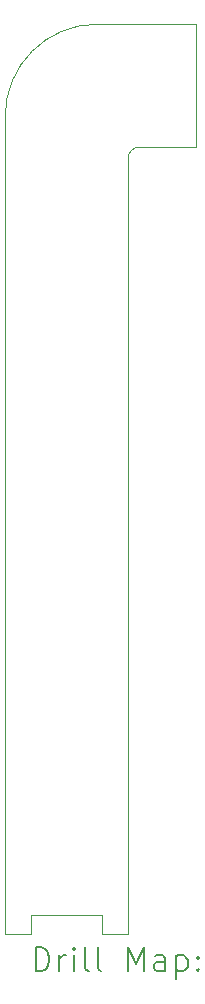
<source format=gbr>
%TF.GenerationSoftware,KiCad,Pcbnew,9.0.3*%
%TF.CreationDate,2025-08-12T18:06:55+03:00*%
%TF.ProjectId,USBC_extender,55534243-5f65-4787-9465-6e6465722e6b,rev?*%
%TF.SameCoordinates,Original*%
%TF.FileFunction,Drillmap*%
%TF.FilePolarity,Positive*%
%FSLAX45Y45*%
G04 Gerber Fmt 4.5, Leading zero omitted, Abs format (unit mm)*
G04 Created by KiCad (PCBNEW 9.0.3) date 2025-08-12 18:06:55*
%MOMM*%
%LPD*%
G01*
G04 APERTURE LIST*
%ADD10C,0.050000*%
%ADD11C,0.010000*%
%ADD12C,0.200000*%
G04 APERTURE END LIST*
D10*
X8207000Y-7480000D02*
X8207000Y-8520000D01*
X6591000Y-9387000D02*
X6591000Y-15183000D01*
X8207000Y-7480000D02*
X7371000Y-7480000D01*
X7631000Y-8620000D02*
G75*
G02*
X7731000Y-8520000I100000J0D01*
G01*
X7731000Y-8520000D02*
X8207000Y-8520000D01*
X6591000Y-8260000D02*
G75*
G02*
X7371000Y-7480000I780000J0D01*
G01*
X7631000Y-15183000D02*
X7631000Y-8620000D01*
X6591000Y-8260000D02*
X6591000Y-9387000D01*
D11*
X6591000Y-15183000D02*
X6811000Y-15183000D01*
X6811000Y-15020000D02*
X6811000Y-15183000D01*
X6811000Y-15020000D02*
X7411000Y-15020000D01*
X7411000Y-15020000D02*
X7411000Y-15183000D01*
X7411000Y-15183000D02*
X7631000Y-15183000D01*
D12*
X6849277Y-15496984D02*
X6849277Y-15296984D01*
X6849277Y-15296984D02*
X6896896Y-15296984D01*
X6896896Y-15296984D02*
X6925467Y-15306508D01*
X6925467Y-15306508D02*
X6944515Y-15325555D01*
X6944515Y-15325555D02*
X6954039Y-15344603D01*
X6954039Y-15344603D02*
X6963562Y-15382698D01*
X6963562Y-15382698D02*
X6963562Y-15411269D01*
X6963562Y-15411269D02*
X6954039Y-15449365D01*
X6954039Y-15449365D02*
X6944515Y-15468412D01*
X6944515Y-15468412D02*
X6925467Y-15487460D01*
X6925467Y-15487460D02*
X6896896Y-15496984D01*
X6896896Y-15496984D02*
X6849277Y-15496984D01*
X7049277Y-15496984D02*
X7049277Y-15363650D01*
X7049277Y-15401746D02*
X7058801Y-15382698D01*
X7058801Y-15382698D02*
X7068324Y-15373174D01*
X7068324Y-15373174D02*
X7087372Y-15363650D01*
X7087372Y-15363650D02*
X7106420Y-15363650D01*
X7173086Y-15496984D02*
X7173086Y-15363650D01*
X7173086Y-15296984D02*
X7163562Y-15306508D01*
X7163562Y-15306508D02*
X7173086Y-15316031D01*
X7173086Y-15316031D02*
X7182610Y-15306508D01*
X7182610Y-15306508D02*
X7173086Y-15296984D01*
X7173086Y-15296984D02*
X7173086Y-15316031D01*
X7296896Y-15496984D02*
X7277848Y-15487460D01*
X7277848Y-15487460D02*
X7268324Y-15468412D01*
X7268324Y-15468412D02*
X7268324Y-15296984D01*
X7401658Y-15496984D02*
X7382610Y-15487460D01*
X7382610Y-15487460D02*
X7373086Y-15468412D01*
X7373086Y-15468412D02*
X7373086Y-15296984D01*
X7630229Y-15496984D02*
X7630229Y-15296984D01*
X7630229Y-15296984D02*
X7696896Y-15439841D01*
X7696896Y-15439841D02*
X7763562Y-15296984D01*
X7763562Y-15296984D02*
X7763562Y-15496984D01*
X7944515Y-15496984D02*
X7944515Y-15392222D01*
X7944515Y-15392222D02*
X7934991Y-15373174D01*
X7934991Y-15373174D02*
X7915943Y-15363650D01*
X7915943Y-15363650D02*
X7877848Y-15363650D01*
X7877848Y-15363650D02*
X7858801Y-15373174D01*
X7944515Y-15487460D02*
X7925467Y-15496984D01*
X7925467Y-15496984D02*
X7877848Y-15496984D01*
X7877848Y-15496984D02*
X7858801Y-15487460D01*
X7858801Y-15487460D02*
X7849277Y-15468412D01*
X7849277Y-15468412D02*
X7849277Y-15449365D01*
X7849277Y-15449365D02*
X7858801Y-15430317D01*
X7858801Y-15430317D02*
X7877848Y-15420793D01*
X7877848Y-15420793D02*
X7925467Y-15420793D01*
X7925467Y-15420793D02*
X7944515Y-15411269D01*
X8039753Y-15363650D02*
X8039753Y-15563650D01*
X8039753Y-15373174D02*
X8058801Y-15363650D01*
X8058801Y-15363650D02*
X8096896Y-15363650D01*
X8096896Y-15363650D02*
X8115943Y-15373174D01*
X8115943Y-15373174D02*
X8125467Y-15382698D01*
X8125467Y-15382698D02*
X8134991Y-15401746D01*
X8134991Y-15401746D02*
X8134991Y-15458888D01*
X8134991Y-15458888D02*
X8125467Y-15477936D01*
X8125467Y-15477936D02*
X8115943Y-15487460D01*
X8115943Y-15487460D02*
X8096896Y-15496984D01*
X8096896Y-15496984D02*
X8058801Y-15496984D01*
X8058801Y-15496984D02*
X8039753Y-15487460D01*
X8220705Y-15477936D02*
X8230229Y-15487460D01*
X8230229Y-15487460D02*
X8220705Y-15496984D01*
X8220705Y-15496984D02*
X8211182Y-15487460D01*
X8211182Y-15487460D02*
X8220705Y-15477936D01*
X8220705Y-15477936D02*
X8220705Y-15496984D01*
X8220705Y-15373174D02*
X8230229Y-15382698D01*
X8230229Y-15382698D02*
X8220705Y-15392222D01*
X8220705Y-15392222D02*
X8211182Y-15382698D01*
X8211182Y-15382698D02*
X8220705Y-15373174D01*
X8220705Y-15373174D02*
X8220705Y-15392222D01*
M02*

</source>
